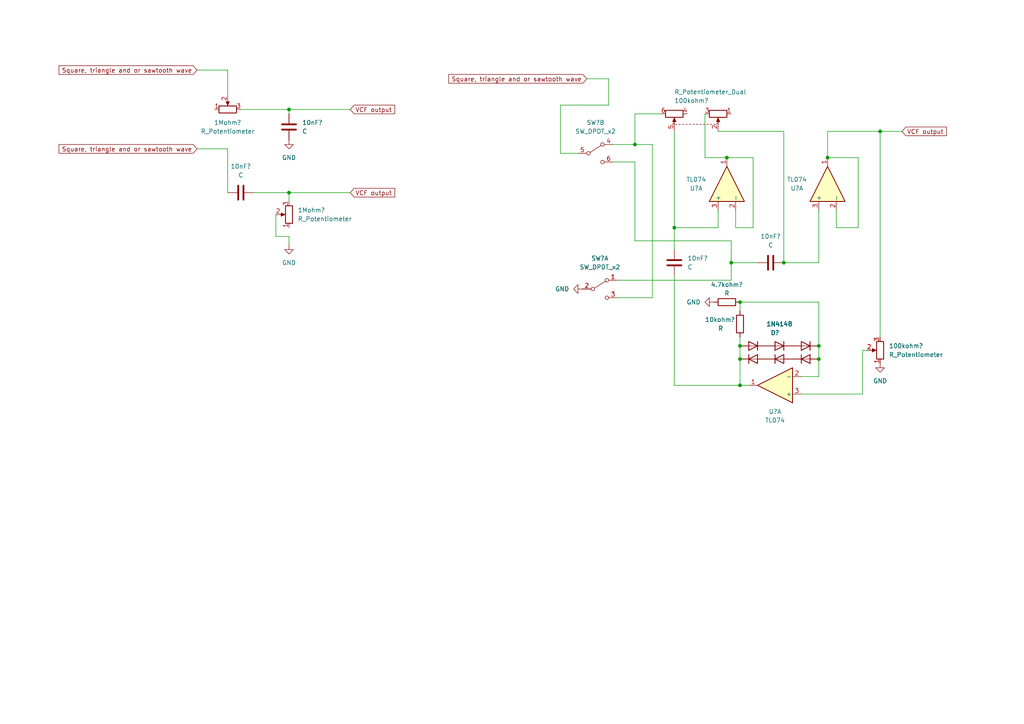
<source format=kicad_sch>
(kicad_sch (version 20211123) (generator eeschema)
  (paper "A4")
  (lib_symbols
    (symbol "Amplifier_Operational:TL074" (pin_names (offset 0.127))
      (property "Reference" "U" (at 0 5.08 0))
      (property "Value" "TL074" (at 0 -5.08 0))
      (symbol "TL074_1_1"
        (polyline (pts (xy -5.08 5.08) (xy 5.08 0) (xy -5.08 -5.08) (xy -5.08 5.08)) (stroke (width 0.254)) (fill (type background)))
        (pin output line (at 7.62 0 180) (length 2.54) (name "~") (number "1"))
        (pin input line (at -7.62 -2.54 0) (length 2.54) (name "-") (number "2"))
        (pin input line (at -7.62 2.54 0) (length 2.54) (name "+") (number "3"))
      )
      (symbol "TL074_2_1"
        (polyline (pts (xy -5.08 5.08) (xy 5.08 0) (xy -5.08 -5.08) (xy -5.08 5.08)) (stroke (width 0.254)) (fill (type background)))
        (pin input line (at -7.62 2.54 0) (length 2.54) (name "+") (number "5"))
        (pin input line (at -7.62 -2.54 0) (length 2.54) (name "-") (number "6"))
        (pin output line (at 7.62 0 180) (length 2.54) (name "~") (number "7"))
      )
      (symbol "TL074_3_1"
        (polyline (pts (xy -5.08 5.08) (xy 5.08 0) (xy -5.08 -5.08) (xy -5.08 5.08)) (stroke (width 0.254)) (fill (type background)))
        (pin input line (at -7.62 2.54 0) (length 2.54) (name "+") (number "10"))
        (pin output line (at 7.62 0 180) (length 2.54) (name "~") (number "8"))
        (pin input line (at -7.62 -2.54 0) (length 2.54) (name "-") (number "9"))
      )
      (symbol "TL074_4_1"
        (polyline (pts (xy -5.08 5.08) (xy 5.08 0) (xy -5.08 -5.08) (xy -5.08 5.08)) (stroke (width 0.254)) (fill (type background)))
        (pin input line (at -7.62 2.54 0) (length 2.54) (name "+") (number "12"))
        (pin input line (at -7.62 -2.54 0) (length 2.54) (name "-") (number "13"))
        (pin output line (at 7.62 0 180) (length 2.54) (name "~") (number "14"))
      )
      (symbol "TL074_5_1"
        (pin power_in line (at -2.54 -7.62 90) (length 3.81) (name "V-") (number "11"))
        (pin power_in line (at -2.54 7.62 270) (length 3.81) (name "V+") (number "4"))
      )
    )
    (symbol "Device:C" (pin_numbers hide) (pin_names (offset 0.254))
      (property "Reference" "C" (at 0.635 2.54 0))
      (property "Value" "C" (at 0.635 -2.54 0))
      (symbol "C_0_1"
        (polyline (pts (xy -2.032 -0.762) (xy 2.032 -0.762)) (stroke (width 0.508)))
        (polyline (pts (xy -2.032 0.762) (xy 2.032 0.762)) (stroke (width 0.508)))
      )
      (symbol "C_1_1"
        (pin passive line (at 0 3.81 270) (length 2.794) (name "~") (number "1"))
        (pin passive line (at 0 -3.81 90) (length 2.794) (name "~") (number "2"))
      )
    )
    (symbol "Device:R" (pin_numbers hide) (pin_names (offset 0))
      (property "Reference" "R" (at 2.032 0 90))
      (property "Value" "R" (at 0 0 90))
      (symbol "R_0_1"
        (rectangle (start -1.016 -2.54) (end 1.016 2.54) (stroke (width 0.254)))
      )
      (symbol "R_1_1"
        (pin passive line (at 0 3.81 270) (length 1.27) (name "~") (number "1"))
        (pin passive line (at 0 -3.81 90) (length 1.27) (name "~") (number "2"))
      )
    )
    (symbol "Device:R_Potentiometer" (pin_names (offset 1.016) hide)
      (property "Reference" "RV" (at -4.445 0 90))
      (property "Value" "R_Potentiometer" (at -2.54 0 90))
      (symbol "R_Potentiometer_0_1"
        (polyline (pts (xy 2.54 0) (xy 1.524 0)))
        (polyline (pts (xy 1.143 0) (xy 2.286 0.508) (xy 2.286 -0.508) (xy 1.143 0)) (fill (type outline)))
        (rectangle (start 1.016 2.54) (end -1.016 -2.54) (stroke (width 0.254)))
      )
      (symbol "R_Potentiometer_1_1"
        (pin passive line (at 0 3.81 270) (length 1.27) (name "1") (number "1"))
        (pin passive line (at 3.81 0 180) (length 1.27) (name "2") (number "2"))
        (pin passive line (at 0 -3.81 90) (length 1.27) (name "3") (number "3"))
      )
    )
    (symbol "Device:R_Potentiometer_Dual" (pin_names (offset 1.016) hide)
      (property "Reference" "RV" (at 0 3.81 0))
      (property "Value" "R_Potentiometer_Dual" (at 0 1.905 0))
      (symbol "R_Potentiometer_Dual_0_1"
        (rectangle (start -8.89 -1.524) (end -3.81 -3.556) (stroke (width 0.254)))
        (polyline (pts (xy -6.35 0) (xy -6.35 -1.016)))
        (polyline (pts (xy -6.35 0) (xy -6.35 -1.016)))
        (polyline (pts (xy -6.35 0) (xy -5.842 0.508)))
        (polyline (pts (xy -5.588 0.508) (xy -5.08 0.508)))
        (polyline (pts (xy -4.572 0.508) (xy -4.064 0.508)))
        (polyline (pts (xy -3.556 0.508) (xy -3.048 0.508)))
        (polyline (pts (xy -2.54 0.508) (xy -2.032 0.508)))
        (polyline (pts (xy -1.524 0.508) (xy -1.016 0.508)))
        (polyline (pts (xy -0.508 0.508) (xy 0 0.508)))
        (polyline (pts (xy 0.508 0.508) (xy 1.016 0.508)))
        (polyline (pts (xy 1.524 0.508) (xy 2.032 0.508)))
        (polyline (pts (xy 2.54 0.508) (xy 3.048 0.508)))
        (polyline (pts (xy 3.556 0.508) (xy 4.064 0.508)))
        (polyline (pts (xy 4.572 0.508) (xy 5.08 0.508)))
        (polyline (pts (xy 5.588 0.508) (xy 6.096 0.508)))
        (polyline (pts (xy 6.35 0) (xy 6.35 -1.016)))
        (polyline (pts (xy 6.35 0) (xy 6.35 -1.016)))
        (polyline (pts (xy 6.604 0.508) (xy 6.858 0.508) (xy 6.35 0)))
        (polyline (pts (xy -6.35 -1.397) (xy -6.858 -0.254) (xy -5.842 -0.254) (xy -6.35 -1.397)) (fill (type outline)))
        (polyline (pts (xy 6.35 -1.397) (xy 5.842 -0.254) (xy 6.858 -0.254) (xy 6.35 -1.397)) (fill (type outline)))
        (rectangle (start 3.81 -1.524) (end 8.89 -3.556) (stroke (width 0.254)))
      )
      (symbol "R_Potentiometer_Dual_1_1"
        (pin passive line (at -10.16 -2.54 0) (length 1.27) (name "1") (number "1"))
        (pin passive line (at -6.35 2.54 270) (length 2.54) (name "2") (number "2"))
        (pin passive line (at -2.54 -2.54 180) (length 1.27) (name "3") (number "3"))
        (pin passive line (at 2.54 -2.54 0) (length 1.27) (name "4") (number "4"))
        (pin passive line (at 6.35 2.54 270) (length 2.54) (name "5") (number "5"))
        (pin passive line (at 10.16 -2.54 180) (length 1.27) (name "6") (number "6"))
      )
    )
    (symbol "Diode:1N4148" (pin_numbers hide) (pin_names hide)
      (property "Reference" "D" (at 0 2.54 0))
      (property "Value" "1N4148" (at 0 -2.54 0))
      (symbol "1N4148_0_1"
        (polyline (pts (xy -1.27 1.27) (xy -1.27 -1.27)) (stroke (width 0.254)))
        (polyline (pts (xy 1.27 0) (xy -1.27 0)))
        (polyline (pts (xy 1.27 1.27) (xy 1.27 -1.27) (xy -1.27 0) (xy 1.27 1.27)) (stroke (width 0.254)))
      )
      (symbol "1N4148_1_1"
        (pin passive line (at -3.81 0 0) (length 2.54) (name "K") (number "1"))
        (pin passive line (at 3.81 0 180) (length 2.54) (name "A") (number "2"))
      )
    )
    (symbol "Switch:SW_DPDT_x2" (pin_names (offset 0) hide)
      (property "Reference" "SW" (at 0 4.318 0))
      (property "Value" "SW_DPDT_x2" (at 0 -5.08 0))
      (symbol "SW_DPDT_x2_0_0"
        (circle (center -2.032 0) (radius 0.508))
        (circle (center 2.032 -2.54) (radius 0.508))
      )
      (symbol "SW_DPDT_x2_0_1"
        (polyline (pts (xy -1.524 0.254) (xy 1.651 2.286)))
        (circle (center 2.032 2.54) (radius 0.508))
      )
      (symbol "SW_DPDT_x2_1_1"
        (pin passive line (at 5.08 2.54 180) (length 2.54) (name "A") (number "1"))
        (pin passive line (at -5.08 0 0) (length 2.54) (name "B") (number "2"))
        (pin passive line (at 5.08 -2.54 180) (length 2.54) (name "C") (number "3"))
      )
      (symbol "SW_DPDT_x2_2_1"
        (pin passive line (at 5.08 2.54 180) (length 2.54) (name "A") (number "4"))
        (pin passive line (at -5.08 0 0) (length 2.54) (name "B") (number "5"))
        (pin passive line (at 5.08 -2.54 180) (length 2.54) (name "C") (number "6"))
      )
    )
    (symbol "power:GND" (power) (pin_names (offset 0))
      (property "Value" "GND" (at 0 -3.81 0))
      (symbol "GND_0_1"
        (polyline (pts (xy 0 0) (xy 0 -1.27) (xy 1.27 -1.27) (xy 0 -2.54) (xy -1.27 -1.27) (xy 0 -1.27)))
      )
      (symbol "GND_1_1"
        (pin power_in line (at 0 0 270) (length 0) hide (name "GND") (number "1"))
      )
    )
  )
  (junction (at 214.63 111.76))
  (junction (at 237.49 100.33))
  (junction (at 237.49 104.14))
  (junction (at 195.58 66.04))
  (junction (at 214.63 87.63))
  (junction (at 227.33 76.2))
  (junction (at 83.82 31.75))
  (junction (at 240.03 45.72))
  (junction (at 210.82 45.72))
  (junction (at 83.82 55.88))
  (junction (at 214.63 104.14))
  (junction (at 214.63 100.33))
  (junction (at 184.15 41.91))
  (junction (at 212.09 76.2))
  (junction (at 255.27 38.1))
  (wire (pts (xy 66.04 20.32) (xy 57.15 20.32)))
  (wire (pts (xy 213.36 66.04) (xy 213.36 60.96)))
  (wire (pts (xy 214.63 87.63) (xy 214.63 90.17)))
  (wire (pts (xy 255.27 38.1) (xy 255.27 97.79)))
  (wire (pts (xy 232.41 114.3) (xy 250.19 114.3)))
  (wire (pts (xy 184.15 46.99) (xy 184.15 69.85)))
  (wire (pts (xy 213.36 66.04) (xy 218.44 66.04)))
  (wire (pts (xy 242.57 66.04) (xy 248.92 66.04)))
  (wire (pts (xy 177.8 46.99) (xy 184.15 46.99)))
  (wire (pts (xy 195.58 111.76) (xy 214.63 111.76)))
  (wire (pts (xy 83.82 68.58) (xy 80.01 68.58)))
  (wire (pts (xy 189.23 86.36) (xy 189.23 41.91)))
  (wire (pts (xy 212.09 69.85) (xy 212.09 76.2)))
  (wire (pts (xy 208.28 66.04) (xy 208.28 60.96)))
  (wire (pts (xy 195.58 66.04) (xy 208.28 66.04)))
  (wire (pts (xy 227.33 38.1) (xy 227.33 76.2)))
  (wire (pts (xy 184.15 41.91) (xy 184.15 33.02)))
  (wire (pts (xy 73.66 55.88) (xy 83.82 55.88)))
  (wire (pts (xy 237.49 60.96) (xy 237.49 76.2)))
  (wire (pts (xy 83.82 31.75) (xy 101.6 31.75)))
  (wire (pts (xy 214.63 111.76) (xy 217.17 111.76)))
  (wire (pts (xy 214.63 104.14) (xy 214.63 111.76)))
  (wire (pts (xy 195.58 66.04) (xy 195.58 72.39)))
  (wire (pts (xy 251.46 101.6) (xy 250.19 101.6)))
  (wire (pts (xy 66.04 27.94) (xy 66.04 20.32)))
  (wire (pts (xy 237.49 109.22) (xy 232.41 109.22)))
  (wire (pts (xy 237.49 100.33) (xy 237.49 104.14)))
  (wire (pts (xy 184.15 33.02) (xy 191.77 33.02)))
  (wire (pts (xy 250.19 101.6) (xy 250.19 114.3)))
  (wire (pts (xy 248.92 66.04) (xy 248.92 45.72)))
  (wire (pts (xy 255.27 38.1) (xy 261.62 38.1)))
  (wire (pts (xy 167.64 44.45) (xy 162.56 44.45)))
  (wire (pts (xy 214.63 87.63) (xy 237.49 87.63)))
  (wire (pts (xy 83.82 31.75) (xy 83.82 33.02)))
  (wire (pts (xy 210.82 45.72) (xy 204.47 45.72)))
  (wire (pts (xy 176.53 22.86) (xy 170.18 22.86)))
  (wire (pts (xy 237.49 87.63) (xy 237.49 100.33)))
  (wire (pts (xy 240.03 38.1) (xy 255.27 38.1)))
  (wire (pts (xy 162.56 30.48) (xy 176.53 30.48)))
  (wire (pts (xy 214.63 100.33) (xy 214.63 104.14)))
  (wire (pts (xy 179.07 81.28) (xy 212.09 81.28)))
  (wire (pts (xy 66.04 43.18) (xy 66.04 55.88)))
  (wire (pts (xy 162.56 44.45) (xy 162.56 30.48)))
  (wire (pts (xy 184.15 69.85) (xy 212.09 69.85)))
  (wire (pts (xy 179.07 86.36) (xy 189.23 86.36)))
  (wire (pts (xy 237.49 104.14) (xy 237.49 109.22)))
  (wire (pts (xy 240.03 45.72) (xy 240.03 38.1)))
  (wire (pts (xy 66.04 43.18) (xy 57.15 43.18)))
  (wire (pts (xy 195.58 38.1) (xy 195.58 66.04)))
  (wire (pts (xy 204.47 45.72) (xy 204.47 33.02)))
  (wire (pts (xy 83.82 55.88) (xy 101.6 55.88)))
  (wire (pts (xy 218.44 66.04) (xy 218.44 45.72)))
  (wire (pts (xy 218.44 45.72) (xy 210.82 45.72)))
  (wire (pts (xy 212.09 76.2) (xy 219.71 76.2)))
  (wire (pts (xy 242.57 60.96) (xy 242.57 66.04)))
  (wire (pts (xy 248.92 45.72) (xy 240.03 45.72)))
  (wire (pts (xy 214.63 97.79) (xy 214.63 100.33)))
  (wire (pts (xy 83.82 71.12) (xy 83.82 68.58)))
  (wire (pts (xy 189.23 41.91) (xy 184.15 41.91)))
  (wire (pts (xy 177.8 41.91) (xy 184.15 41.91)))
  (wire (pts (xy 83.82 55.88) (xy 83.82 58.42)))
  (wire (pts (xy 195.58 80.01) (xy 195.58 111.76)))
  (wire (pts (xy 80.01 68.58) (xy 80.01 62.23)))
  (wire (pts (xy 212.09 81.28) (xy 212.09 76.2)))
  (wire (pts (xy 208.28 38.1) (xy 227.33 38.1)))
  (wire (pts (xy 69.85 31.75) (xy 83.82 31.75)))
  (wire (pts (xy 237.49 76.2) (xy 227.33 76.2)))
  (wire (pts (xy 176.53 30.48) (xy 176.53 22.86)))
  (global_label "Square, triangle and or sawtooth wave" (shape input) (at 57.15 20.32 180) (property "Intersheet References" "${INTERSHEET_REFS}" (effects hide)))
  (global_label "Square, triangle and or sawtooth wave" (shape input) (at 170.18 22.86 180) (property "Intersheet References" "${INTERSHEET_REFS}" (effects hide)))
  (global_label "VCF output" (shape input) (at 101.6 31.75 0) (property "Intersheet References" "${INTERSHEET_REFS}" (effects hide)))
  (global_label "Square, triangle and or sawtooth wave" (shape input) (at 57.15 43.18 180) (property "Intersheet References" "${INTERSHEET_REFS}" (effects hide)))
  (global_label "VCF output" (shape input) (at 261.62 38.1 0) (property "Intersheet References" "${INTERSHEET_REFS}" (effects hide)))
  (global_label "VCF output" (shape input) (at 101.6 55.88 0) (property "Intersheet References" "${INTERSHEET_REFS}" (effects hide)))
  (symbol (lib_id "Device:C") (at 195.58 76.2 180) (unit 1)
    (property "Reference" "10nF?" (at 199.39 74.9299 0) (effects (justify right)))
    (property "Value" "C" (at 199.39 77.4699 0) (effects (justify right)))
  )
  (symbol (lib_id "Device:R_Potentiometer_Dual") (at 201.93 35.56 180) (unit 1)
    (property "Reference" "100kohm?" (at 195.58 29.21 0) (effects (justify right)))
    (property "Value" "R_Potentiometer_Dual" (at 195.58 26.67 0) (effects (justify right)))
  )
  (symbol (lib_id "power:GND") (at 83.82 71.12 0) (unit 1)
    (property "Reference" "#PWR?" (effects hide))
    (property "Value" "GND" (at 83.82 76.2 0))
  )
  (symbol (lib_id "Device:R") (at 210.82 87.63 90) (unit 1)
    (property "Reference" "4.7kohm?" (at 210.82 82.55 90))
    (property "Value" "R" (at 210.82 85.09 90))
  )
  (symbol (lib_id "Device:R_Potentiometer") (at 255.27 101.6 180) (unit 1)
    (property "Reference" "100kohm?" (at 257.81 100.3299 0) (effects (justify right)))
    (property "Value" "R_Potentiometer" (at 257.81 102.8699 0) (effects (justify right)))
  )
  (symbol (lib_id "Amplifier_Operational:TL074") (at 224.79 111.76 180) (unit 1)
    (property "Reference" "U?" (at 224.79 119.38 0))
    (property "Value" "TL074" (at 224.79 121.92 0))
    (property "Datasheet" "http://www.ti.com/lit/ds/symlink/tl071.pdf" (effects hide))
  )
  (symbol (lib_id "Switch:SW_DPDT_x2") (at 173.99 83.82 0) (unit 1)
    (property "Reference" "SW?" (at 173.99 74.93 0))
    (property "Value" "SW_DPDT_x2" (at 173.99 77.47 0))
  )
  (symbol (lib_id "power:GND") (at 168.91 83.82 270) (unit 1)
    (property "Reference" "#PWR?" (effects hide))
    (property "Value" "GND" (at 165.1 83.8199 90) (effects (justify right)))
  )
  (symbol (lib_id "Diode:1N4148") (at 233.68 100.33 180) (unit 1)
    (property "Reference" "D?" (at 224.79 96.52 0))
    (property "Value" "1N4148" (at 226.06 93.98 0))
    (property "Footprint" "Diode_THT:D_DO-35_SOD27_P7.62mm_Horizontal" (effects hide))
    (property "Datasheet" "https://assets.nexperia.com/documents/data-sheet/1N4148_1N4448.pdf" (effects hide))
  )
  (symbol (lib_id "Amplifier_Operational:TL074") (at 210.82 53.34 90) (unit 1)
    (property "Reference" "U?" (at 201.93 54.61 90))
    (property "Value" "TL074" (at 201.93 52.07 90))
    (property "Datasheet" "http://www.ti.com/lit/ds/symlink/tl071.pdf" (effects hide))
  )
  (symbol (lib_id "Diode:1N4148") (at 218.44 104.14 0) (unit 1)
    (property "Reference" "D?" (at 224.79 96.52 0))
    (property "Value" "1N4148" (at 226.06 93.98 0))
    (property "Footprint" "Diode_THT:D_DO-35_SOD27_P7.62mm_Horizontal" (effects hide))
    (property "Datasheet" "https://assets.nexperia.com/documents/data-sheet/1N4148_1N4448.pdf" (effects hide))
  )
  (symbol (lib_id "Device:R") (at 214.63 93.98 0) (unit 1)
    (property "Reference" "10kohm?" (at 204.47 92.71 0) (effects (justify left)))
    (property "Value" "R" (at 208.28 95.25 0) (effects (justify left)))
  )
  (symbol (lib_id "power:GND") (at 83.82 40.64 0) (unit 1)
    (property "Reference" "#PWR?" (effects hide))
    (property "Value" "GND" (at 83.82 45.72 0))
  )
  (symbol (lib_id "Amplifier_Operational:TL074") (at 240.03 53.34 90) (unit 1)
    (property "Reference" "U?" (at 231.14 54.61 90))
    (property "Value" "TL074" (at 231.14 52.07 90))
    (property "Datasheet" "http://www.ti.com/lit/ds/symlink/tl071.pdf" (effects hide))
  )
  (symbol (lib_id "Device:R_Potentiometer") (at 83.82 62.23 180) (unit 1)
    (property "Reference" "1Mohm?" (at 86.36 60.9599 0) (effects (justify right)))
    (property "Value" "R_Potentiometer" (at 86.36 63.4999 0) (effects (justify right)))
  )
  (symbol (lib_id "Device:R_Potentiometer") (at 66.04 31.75 90) (unit 1)
    (property "Reference" "1Mohm?" (at 66.04 35.56 90))
    (property "Value" "R_Potentiometer" (at 66.04 38.1 90))
  )
  (symbol (lib_id "Device:C") (at 223.52 76.2 90) (unit 1)
    (property "Reference" "10nF?" (at 223.52 68.58 90))
    (property "Value" "C" (at 223.52 71.12 90))
  )
  (symbol (lib_id "Diode:1N4148") (at 233.68 104.14 0) (unit 1)
    (property "Reference" "D?" (at 224.79 96.52 0))
    (property "Value" "1N4148" (at 226.06 93.98 0))
    (property "Footprint" "Diode_THT:D_DO-35_SOD27_P7.62mm_Horizontal" (effects hide))
    (property "Datasheet" "https://assets.nexperia.com/documents/data-sheet/1N4148_1N4448.pdf" (effects hide))
  )
  (symbol (lib_id "Device:C") (at 69.85 55.88 270) (unit 1)
    (property "Reference" "10nF?" (at 69.85 48.26 90))
    (property "Value" "C" (at 69.85 50.8 90))
  )
  (symbol (lib_id "Diode:1N4148") (at 226.06 100.33 180) (unit 1)
    (property "Reference" "D?" (at 224.79 96.52 0))
    (property "Value" "1N4148" (at 226.06 93.98 0))
    (property "Footprint" "Diode_THT:D_DO-35_SOD27_P7.62mm_Horizontal" (effects hide))
    (property "Datasheet" "https://assets.nexperia.com/documents/data-sheet/1N4148_1N4448.pdf" (effects hide))
  )
  (symbol (lib_id "power:GND") (at 255.27 105.41 0) (unit 1)
    (property "Reference" "#PWR?" (effects hide))
    (property "Value" "GND" (at 255.27 110.49 0))
  )
  (symbol (lib_id "power:GND") (at 207.01 87.63 270) (unit 1)
    (property "Reference" "#PWR?" (effects hide))
    (property "Value" "GND" (at 203.2 87.6299 90) (effects (justify right)))
  )
  (symbol (lib_id "Diode:1N4148") (at 226.06 104.14 0) (unit 1)
    (property "Reference" "D?" (at 224.79 96.52 0))
    (property "Value" "1N4148" (at 226.06 93.98 0))
    (property "Footprint" "Diode_THT:D_DO-35_SOD27_P7.62mm_Horizontal" (effects hide))
    (property "Datasheet" "https://assets.nexperia.com/documents/data-sheet/1N4148_1N4448.pdf" (effects hide))
  )
  (symbol (lib_id "Device:C") (at 83.82 36.83 180) (unit 1)
    (property "Reference" "10nF?" (at 87.63 35.5599 0) (effects (justify right)))
    (property "Value" "C" (at 87.63 38.0999 0) (effects (justify right)))
  )
  (symbol (lib_id "Switch:SW_DPDT_x2") (at 172.72 44.45 0) (unit 2)
    (property "Reference" "SW?" (at 172.72 35.56 0))
    (property "Value" "SW_DPDT_x2" (at 172.72 38.1 0))
  )
  (symbol (lib_id "Diode:1N4148") (at 218.44 100.33 180) (unit 1)
    (property "Reference" "D?" (at 224.79 96.52 0))
    (property "Value" "1N4148" (at 226.06 93.98 0))
    (property "Footprint" "Diode_THT:D_DO-35_SOD27_P7.62mm_Horizontal" (effects hide))
    (property "Datasheet" "https://assets.nexperia.com/documents/data-sheet/1N4148_1N4448.pdf" (effects hide))
  )
)
</source>
